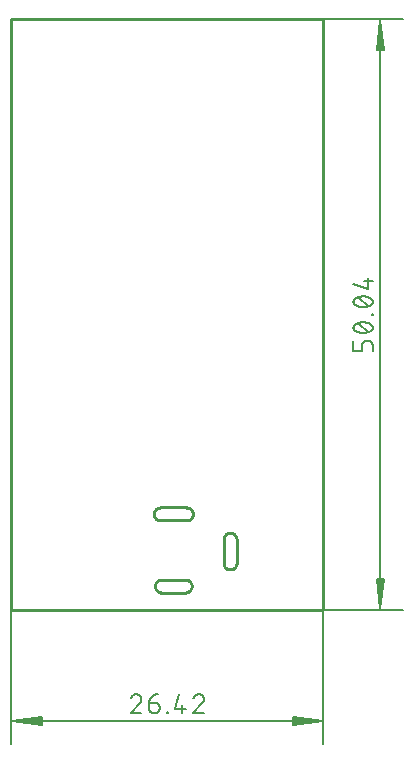
<source format=gbr>
G04 EAGLE Gerber RS-274X export*
G75*
%MOIN*%
%FSLAX25Y25*%
%LPD*%
%INProfile*%
%IPPOS*%
%AMOC8*
5,1,8,0,0,1.08239X$1,22.5*%
G01*
%ADD10C,0.005118*%
%ADD11C,0.006000*%
%ADD12C,0.010000*%


D10*
X0Y0D02*
X0Y-44677D01*
X104000Y-44677D02*
X104000Y0D01*
X103744Y-37000D02*
X256Y-37000D01*
X10236Y-35743D01*
X10236Y-38257D01*
X256Y-37000D01*
X10236Y-36488D01*
X10236Y-37512D02*
X256Y-37000D01*
X10236Y-35976D01*
X10236Y-38024D02*
X256Y-37000D01*
X93764Y-35743D02*
X103744Y-37000D01*
X93764Y-35743D02*
X93764Y-38257D01*
X103744Y-37000D01*
X93764Y-36488D01*
X93764Y-37512D02*
X103744Y-37000D01*
X93764Y-35976D01*
X93764Y-38024D02*
X103744Y-37000D01*
D11*
X43293Y-29638D02*
X43291Y-29559D01*
X43285Y-29481D01*
X43276Y-29403D01*
X43262Y-29326D01*
X43245Y-29249D01*
X43224Y-29174D01*
X43199Y-29099D01*
X43171Y-29026D01*
X43139Y-28954D01*
X43104Y-28884D01*
X43065Y-28815D01*
X43023Y-28749D01*
X42978Y-28685D01*
X42930Y-28623D01*
X42879Y-28564D01*
X42824Y-28507D01*
X42767Y-28452D01*
X42708Y-28401D01*
X42646Y-28353D01*
X42582Y-28308D01*
X42516Y-28266D01*
X42447Y-28227D01*
X42377Y-28192D01*
X42305Y-28160D01*
X42232Y-28132D01*
X42157Y-28107D01*
X42082Y-28086D01*
X42005Y-28069D01*
X41928Y-28055D01*
X41850Y-28046D01*
X41772Y-28040D01*
X41693Y-28038D01*
X41604Y-28040D01*
X41515Y-28046D01*
X41426Y-28055D01*
X41338Y-28069D01*
X41251Y-28086D01*
X41164Y-28107D01*
X41078Y-28132D01*
X40994Y-28160D01*
X40911Y-28193D01*
X40829Y-28228D01*
X40749Y-28268D01*
X40671Y-28310D01*
X40594Y-28356D01*
X40520Y-28405D01*
X40448Y-28458D01*
X40378Y-28513D01*
X40311Y-28572D01*
X40246Y-28633D01*
X40184Y-28697D01*
X40125Y-28764D01*
X40069Y-28833D01*
X40016Y-28905D01*
X39966Y-28979D01*
X39919Y-29055D01*
X39876Y-29132D01*
X39836Y-29212D01*
X39799Y-29293D01*
X39766Y-29376D01*
X39737Y-29461D01*
X42760Y-30883D02*
X42817Y-30825D01*
X42873Y-30764D01*
X42925Y-30701D01*
X42974Y-30636D01*
X43020Y-30568D01*
X43062Y-30498D01*
X43102Y-30426D01*
X43137Y-30353D01*
X43170Y-30277D01*
X43198Y-30201D01*
X43223Y-30123D01*
X43244Y-30044D01*
X43262Y-29964D01*
X43275Y-29883D01*
X43285Y-29802D01*
X43291Y-29720D01*
X43293Y-29638D01*
X42759Y-30883D02*
X39737Y-34438D01*
X43293Y-34438D01*
X45891Y-30883D02*
X48024Y-30883D01*
X48098Y-30885D01*
X48173Y-30891D01*
X48246Y-30901D01*
X48320Y-30914D01*
X48392Y-30931D01*
X48463Y-30953D01*
X48534Y-30977D01*
X48602Y-31006D01*
X48670Y-31038D01*
X48735Y-31074D01*
X48798Y-31112D01*
X48860Y-31155D01*
X48919Y-31200D01*
X48976Y-31248D01*
X49030Y-31299D01*
X49081Y-31353D01*
X49129Y-31410D01*
X49174Y-31469D01*
X49217Y-31531D01*
X49255Y-31594D01*
X49291Y-31659D01*
X49323Y-31727D01*
X49352Y-31795D01*
X49376Y-31866D01*
X49398Y-31937D01*
X49415Y-32009D01*
X49428Y-32083D01*
X49438Y-32156D01*
X49444Y-32231D01*
X49446Y-32305D01*
X49447Y-32305D02*
X49447Y-32660D01*
X49445Y-32743D01*
X49439Y-32826D01*
X49429Y-32909D01*
X49416Y-32992D01*
X49398Y-33073D01*
X49377Y-33154D01*
X49352Y-33233D01*
X49323Y-33311D01*
X49291Y-33388D01*
X49255Y-33463D01*
X49216Y-33537D01*
X49173Y-33608D01*
X49127Y-33678D01*
X49077Y-33745D01*
X49025Y-33810D01*
X48970Y-33872D01*
X48911Y-33932D01*
X48850Y-33989D01*
X48787Y-34043D01*
X48721Y-34094D01*
X48652Y-34141D01*
X48582Y-34186D01*
X48509Y-34227D01*
X48435Y-34264D01*
X48359Y-34299D01*
X48281Y-34329D01*
X48203Y-34356D01*
X48122Y-34379D01*
X48041Y-34399D01*
X47959Y-34414D01*
X47877Y-34426D01*
X47794Y-34434D01*
X47711Y-34438D01*
X47627Y-34438D01*
X47544Y-34434D01*
X47461Y-34426D01*
X47379Y-34414D01*
X47297Y-34399D01*
X47216Y-34379D01*
X47135Y-34356D01*
X47057Y-34329D01*
X46979Y-34299D01*
X46903Y-34264D01*
X46829Y-34227D01*
X46756Y-34186D01*
X46686Y-34141D01*
X46617Y-34094D01*
X46551Y-34043D01*
X46488Y-33989D01*
X46427Y-33932D01*
X46368Y-33872D01*
X46313Y-33810D01*
X46261Y-33745D01*
X46211Y-33678D01*
X46165Y-33608D01*
X46122Y-33537D01*
X46083Y-33463D01*
X46047Y-33388D01*
X46015Y-33311D01*
X45986Y-33233D01*
X45961Y-33154D01*
X45940Y-33073D01*
X45922Y-32992D01*
X45909Y-32909D01*
X45899Y-32826D01*
X45893Y-32743D01*
X45891Y-32660D01*
X45891Y-30883D01*
X45893Y-30777D01*
X45899Y-30670D01*
X45909Y-30565D01*
X45923Y-30459D01*
X45941Y-30354D01*
X45962Y-30250D01*
X45988Y-30147D01*
X46017Y-30045D01*
X46051Y-29944D01*
X46088Y-29844D01*
X46128Y-29746D01*
X46173Y-29649D01*
X46221Y-29554D01*
X46272Y-29461D01*
X46327Y-29370D01*
X46385Y-29281D01*
X46447Y-29194D01*
X46511Y-29110D01*
X46579Y-29028D01*
X46650Y-28949D01*
X46724Y-28872D01*
X46801Y-28798D01*
X46880Y-28727D01*
X46962Y-28659D01*
X47046Y-28595D01*
X47133Y-28533D01*
X47222Y-28475D01*
X47313Y-28420D01*
X47406Y-28369D01*
X47501Y-28321D01*
X47598Y-28276D01*
X47696Y-28236D01*
X47796Y-28199D01*
X47897Y-28165D01*
X47999Y-28136D01*
X48102Y-28110D01*
X48206Y-28089D01*
X48311Y-28071D01*
X48417Y-28057D01*
X48522Y-28047D01*
X48629Y-28041D01*
X48735Y-28039D01*
X51799Y-34083D02*
X51799Y-34438D01*
X51799Y-34083D02*
X52154Y-34083D01*
X52154Y-34438D01*
X51799Y-34438D01*
X54507Y-33016D02*
X55929Y-28038D01*
X54507Y-33016D02*
X58062Y-33016D01*
X56996Y-31594D02*
X56996Y-34438D01*
X62616Y-28038D02*
X62695Y-28040D01*
X62773Y-28046D01*
X62851Y-28055D01*
X62928Y-28069D01*
X63005Y-28086D01*
X63080Y-28107D01*
X63155Y-28132D01*
X63228Y-28160D01*
X63300Y-28192D01*
X63370Y-28227D01*
X63439Y-28266D01*
X63505Y-28308D01*
X63569Y-28353D01*
X63631Y-28401D01*
X63690Y-28452D01*
X63747Y-28507D01*
X63802Y-28564D01*
X63853Y-28623D01*
X63901Y-28685D01*
X63946Y-28749D01*
X63988Y-28815D01*
X64027Y-28884D01*
X64062Y-28954D01*
X64094Y-29026D01*
X64122Y-29099D01*
X64147Y-29174D01*
X64168Y-29249D01*
X64185Y-29326D01*
X64199Y-29403D01*
X64208Y-29481D01*
X64214Y-29559D01*
X64216Y-29638D01*
X62616Y-28038D02*
X62527Y-28040D01*
X62438Y-28046D01*
X62349Y-28055D01*
X62261Y-28069D01*
X62174Y-28086D01*
X62087Y-28107D01*
X62001Y-28132D01*
X61917Y-28160D01*
X61834Y-28193D01*
X61752Y-28228D01*
X61672Y-28268D01*
X61594Y-28310D01*
X61517Y-28356D01*
X61443Y-28405D01*
X61371Y-28458D01*
X61301Y-28513D01*
X61234Y-28572D01*
X61169Y-28633D01*
X61107Y-28697D01*
X61048Y-28764D01*
X60992Y-28833D01*
X60939Y-28905D01*
X60889Y-28979D01*
X60842Y-29055D01*
X60799Y-29132D01*
X60759Y-29212D01*
X60722Y-29293D01*
X60689Y-29376D01*
X60660Y-29461D01*
X63684Y-30883D02*
X63741Y-30825D01*
X63797Y-30764D01*
X63849Y-30701D01*
X63898Y-30636D01*
X63944Y-30568D01*
X63986Y-30498D01*
X64026Y-30426D01*
X64061Y-30353D01*
X64094Y-30277D01*
X64122Y-30201D01*
X64147Y-30123D01*
X64168Y-30044D01*
X64186Y-29964D01*
X64199Y-29883D01*
X64209Y-29802D01*
X64215Y-29720D01*
X64217Y-29638D01*
X63683Y-30883D02*
X60661Y-34438D01*
X64216Y-34438D01*
D10*
X104000Y0D02*
X130677Y0D01*
X130677Y197000D02*
X104000Y197000D01*
X123000Y196744D02*
X123000Y256D01*
X121743Y10236D01*
X124257Y10236D01*
X123000Y256D01*
X122488Y10236D01*
X123512Y10236D02*
X123000Y256D01*
X121976Y10236D01*
X124024Y10236D02*
X123000Y256D01*
X121743Y186764D02*
X123000Y196744D01*
X121743Y186764D02*
X124257Y186764D01*
X123000Y196744D01*
X122488Y186764D01*
X123512Y186764D02*
X123000Y196744D01*
X121976Y186764D01*
X124024Y186764D02*
X123000Y196744D01*
D11*
X120438Y88370D02*
X120438Y86237D01*
X120438Y88370D02*
X120436Y88444D01*
X120430Y88519D01*
X120420Y88592D01*
X120407Y88666D01*
X120390Y88738D01*
X120368Y88809D01*
X120344Y88880D01*
X120315Y88948D01*
X120283Y89016D01*
X120247Y89081D01*
X120209Y89144D01*
X120166Y89206D01*
X120121Y89265D01*
X120073Y89322D01*
X120022Y89376D01*
X119968Y89427D01*
X119911Y89475D01*
X119852Y89520D01*
X119790Y89563D01*
X119727Y89601D01*
X119662Y89637D01*
X119594Y89669D01*
X119526Y89698D01*
X119455Y89722D01*
X119384Y89744D01*
X119312Y89761D01*
X119238Y89774D01*
X119165Y89784D01*
X119090Y89790D01*
X119016Y89792D01*
X119016Y89793D02*
X118305Y89793D01*
X118305Y89792D02*
X118231Y89790D01*
X118156Y89784D01*
X118083Y89774D01*
X118009Y89761D01*
X117937Y89744D01*
X117866Y89722D01*
X117795Y89698D01*
X117727Y89669D01*
X117659Y89637D01*
X117594Y89601D01*
X117531Y89563D01*
X117469Y89520D01*
X117410Y89475D01*
X117353Y89427D01*
X117299Y89376D01*
X117248Y89322D01*
X117200Y89265D01*
X117155Y89206D01*
X117112Y89144D01*
X117074Y89081D01*
X117038Y89016D01*
X117006Y88948D01*
X116977Y88880D01*
X116953Y88809D01*
X116931Y88738D01*
X116914Y88666D01*
X116901Y88592D01*
X116891Y88519D01*
X116885Y88444D01*
X116883Y88370D01*
X116883Y86237D01*
X114038Y86237D01*
X114038Y89793D01*
X114927Y92924D02*
X115054Y92864D01*
X115183Y92808D01*
X115313Y92755D01*
X115445Y92705D01*
X115578Y92659D01*
X115712Y92617D01*
X115847Y92578D01*
X115984Y92542D01*
X116121Y92511D01*
X116259Y92483D01*
X116397Y92458D01*
X116536Y92438D01*
X116676Y92421D01*
X116816Y92408D01*
X116957Y92399D01*
X117097Y92393D01*
X117238Y92391D01*
X114927Y92924D02*
X114861Y92949D01*
X114796Y92977D01*
X114732Y93009D01*
X114671Y93044D01*
X114611Y93083D01*
X114553Y93124D01*
X114498Y93169D01*
X114446Y93217D01*
X114396Y93267D01*
X114348Y93320D01*
X114304Y93375D01*
X114263Y93433D01*
X114225Y93493D01*
X114190Y93555D01*
X114159Y93619D01*
X114131Y93684D01*
X114106Y93751D01*
X114086Y93818D01*
X114069Y93887D01*
X114055Y93957D01*
X114046Y94027D01*
X114040Y94098D01*
X114038Y94169D01*
X114040Y94240D01*
X114046Y94311D01*
X114055Y94381D01*
X114069Y94451D01*
X114086Y94520D01*
X114106Y94587D01*
X114131Y94654D01*
X114159Y94719D01*
X114190Y94783D01*
X114225Y94845D01*
X114263Y94905D01*
X114304Y94963D01*
X114348Y95018D01*
X114396Y95071D01*
X114446Y95121D01*
X114498Y95169D01*
X114553Y95214D01*
X114611Y95255D01*
X114671Y95294D01*
X114732Y95329D01*
X114796Y95361D01*
X114861Y95389D01*
X114927Y95414D01*
X114927Y95413D02*
X115054Y95473D01*
X115183Y95529D01*
X115313Y95582D01*
X115445Y95632D01*
X115578Y95678D01*
X115712Y95720D01*
X115847Y95759D01*
X115984Y95795D01*
X116121Y95826D01*
X116259Y95854D01*
X116397Y95879D01*
X116536Y95899D01*
X116676Y95916D01*
X116816Y95929D01*
X116957Y95938D01*
X117097Y95944D01*
X117238Y95946D01*
X117238Y92391D02*
X117379Y92393D01*
X117519Y92399D01*
X117660Y92408D01*
X117800Y92421D01*
X117940Y92438D01*
X118079Y92458D01*
X118217Y92483D01*
X118355Y92511D01*
X118492Y92542D01*
X118629Y92578D01*
X118764Y92617D01*
X118898Y92659D01*
X119031Y92705D01*
X119163Y92755D01*
X119293Y92808D01*
X119422Y92864D01*
X119549Y92924D01*
X119550Y92924D02*
X119616Y92949D01*
X119681Y92977D01*
X119745Y93009D01*
X119806Y93044D01*
X119866Y93083D01*
X119924Y93124D01*
X119979Y93169D01*
X120031Y93217D01*
X120081Y93267D01*
X120129Y93320D01*
X120173Y93375D01*
X120214Y93433D01*
X120252Y93493D01*
X120287Y93555D01*
X120318Y93619D01*
X120346Y93684D01*
X120371Y93751D01*
X120391Y93818D01*
X120408Y93887D01*
X120422Y93957D01*
X120431Y94027D01*
X120437Y94098D01*
X120439Y94169D01*
X119549Y95413D02*
X119422Y95473D01*
X119293Y95529D01*
X119163Y95582D01*
X119031Y95632D01*
X118898Y95678D01*
X118764Y95720D01*
X118629Y95759D01*
X118492Y95795D01*
X118355Y95826D01*
X118217Y95854D01*
X118079Y95879D01*
X117940Y95899D01*
X117800Y95916D01*
X117660Y95929D01*
X117519Y95938D01*
X117379Y95944D01*
X117238Y95946D01*
X119550Y95414D02*
X119616Y95389D01*
X119681Y95361D01*
X119745Y95329D01*
X119806Y95294D01*
X119866Y95255D01*
X119924Y95214D01*
X119979Y95169D01*
X120031Y95121D01*
X120081Y95071D01*
X120129Y95018D01*
X120173Y94962D01*
X120214Y94905D01*
X120252Y94845D01*
X120287Y94783D01*
X120318Y94719D01*
X120346Y94654D01*
X120371Y94587D01*
X120391Y94520D01*
X120408Y94451D01*
X120422Y94381D01*
X120431Y94311D01*
X120437Y94240D01*
X120439Y94169D01*
X119016Y92747D02*
X115460Y95591D01*
X120083Y98299D02*
X120438Y98299D01*
X120083Y98299D02*
X120083Y98654D01*
X120438Y98654D01*
X120438Y98299D01*
X117238Y101007D02*
X117097Y101009D01*
X116957Y101015D01*
X116816Y101024D01*
X116676Y101037D01*
X116536Y101054D01*
X116397Y101074D01*
X116259Y101099D01*
X116121Y101127D01*
X115984Y101158D01*
X115847Y101194D01*
X115712Y101233D01*
X115578Y101275D01*
X115445Y101321D01*
X115313Y101371D01*
X115183Y101424D01*
X115054Y101480D01*
X114927Y101540D01*
X114927Y101539D02*
X114861Y101564D01*
X114796Y101592D01*
X114732Y101624D01*
X114671Y101659D01*
X114611Y101698D01*
X114553Y101739D01*
X114498Y101784D01*
X114446Y101832D01*
X114396Y101882D01*
X114348Y101935D01*
X114304Y101990D01*
X114263Y102048D01*
X114225Y102108D01*
X114190Y102170D01*
X114159Y102234D01*
X114131Y102299D01*
X114106Y102366D01*
X114086Y102433D01*
X114069Y102502D01*
X114055Y102572D01*
X114046Y102642D01*
X114040Y102713D01*
X114038Y102784D01*
X114040Y102855D01*
X114046Y102926D01*
X114055Y102996D01*
X114069Y103066D01*
X114086Y103135D01*
X114106Y103202D01*
X114131Y103269D01*
X114159Y103334D01*
X114190Y103398D01*
X114225Y103460D01*
X114263Y103520D01*
X114304Y103578D01*
X114348Y103633D01*
X114396Y103686D01*
X114446Y103736D01*
X114498Y103784D01*
X114553Y103829D01*
X114611Y103870D01*
X114671Y103909D01*
X114732Y103944D01*
X114796Y103976D01*
X114861Y104004D01*
X114927Y104029D01*
X115054Y104089D01*
X115183Y104145D01*
X115313Y104198D01*
X115445Y104248D01*
X115578Y104294D01*
X115712Y104336D01*
X115847Y104375D01*
X115984Y104411D01*
X116121Y104442D01*
X116259Y104470D01*
X116397Y104495D01*
X116536Y104515D01*
X116676Y104532D01*
X116816Y104545D01*
X116957Y104554D01*
X117097Y104560D01*
X117238Y104562D01*
X117238Y101007D02*
X117379Y101009D01*
X117519Y101015D01*
X117660Y101024D01*
X117800Y101037D01*
X117940Y101054D01*
X118079Y101074D01*
X118217Y101099D01*
X118355Y101127D01*
X118492Y101158D01*
X118629Y101194D01*
X118764Y101233D01*
X118898Y101275D01*
X119031Y101321D01*
X119163Y101371D01*
X119293Y101424D01*
X119422Y101480D01*
X119549Y101540D01*
X119550Y101539D02*
X119616Y101564D01*
X119681Y101592D01*
X119745Y101624D01*
X119806Y101659D01*
X119866Y101698D01*
X119924Y101739D01*
X119979Y101784D01*
X120031Y101832D01*
X120081Y101882D01*
X120129Y101935D01*
X120173Y101990D01*
X120214Y102048D01*
X120252Y102108D01*
X120287Y102170D01*
X120318Y102234D01*
X120346Y102299D01*
X120371Y102366D01*
X120391Y102433D01*
X120408Y102502D01*
X120422Y102572D01*
X120431Y102642D01*
X120437Y102713D01*
X120439Y102784D01*
X119549Y104029D02*
X119422Y104089D01*
X119293Y104145D01*
X119163Y104198D01*
X119031Y104248D01*
X118898Y104294D01*
X118764Y104336D01*
X118629Y104375D01*
X118492Y104411D01*
X118355Y104442D01*
X118217Y104470D01*
X118079Y104495D01*
X117940Y104515D01*
X117800Y104532D01*
X117660Y104545D01*
X117519Y104554D01*
X117379Y104560D01*
X117238Y104562D01*
X119550Y104029D02*
X119616Y104004D01*
X119681Y103976D01*
X119745Y103944D01*
X119806Y103909D01*
X119866Y103870D01*
X119924Y103829D01*
X119979Y103784D01*
X120031Y103736D01*
X120081Y103686D01*
X120129Y103633D01*
X120173Y103577D01*
X120214Y103520D01*
X120252Y103460D01*
X120287Y103398D01*
X120318Y103334D01*
X120346Y103269D01*
X120371Y103202D01*
X120391Y103135D01*
X120408Y103066D01*
X120422Y102996D01*
X120431Y102926D01*
X120437Y102855D01*
X120439Y102784D01*
X119016Y101362D02*
X115460Y104207D01*
X114038Y108583D02*
X119016Y107161D01*
X119016Y110716D01*
X117594Y109650D02*
X120438Y109650D01*
D12*
X0Y0D02*
X104000Y0D01*
X104000Y197000D01*
X0Y197000D01*
X0Y0D01*
X50063Y5827D02*
X57937Y5827D01*
X58126Y5835D01*
X58313Y5860D01*
X58497Y5901D01*
X58678Y5957D01*
X58852Y6030D01*
X59020Y6117D01*
X59179Y6218D01*
X59329Y6333D01*
X59468Y6461D01*
X59596Y6600D01*
X59711Y6750D01*
X59812Y6909D01*
X59899Y7077D01*
X59972Y7252D01*
X60029Y7432D01*
X60069Y7616D01*
X60094Y7803D01*
X60102Y7992D01*
X60094Y8181D01*
X60069Y8368D01*
X60029Y8553D01*
X59972Y8733D01*
X59899Y8907D01*
X59812Y9075D01*
X59711Y9234D01*
X59596Y9384D01*
X59468Y9523D01*
X59329Y9651D01*
X59179Y9766D01*
X59020Y9867D01*
X58852Y9955D01*
X58678Y10027D01*
X58497Y10084D01*
X58313Y10125D01*
X58126Y10149D01*
X57937Y10157D01*
X50063Y10157D01*
X49874Y10149D01*
X49687Y10125D01*
X49503Y10084D01*
X49322Y10027D01*
X49148Y9955D01*
X48980Y9867D01*
X48821Y9766D01*
X48671Y9651D01*
X48532Y9523D01*
X48404Y9384D01*
X48289Y9234D01*
X48188Y9075D01*
X48101Y8907D01*
X48028Y8733D01*
X47971Y8553D01*
X47931Y8368D01*
X47906Y8181D01*
X47898Y7992D01*
X47906Y7803D01*
X47931Y7616D01*
X47971Y7432D01*
X48028Y7252D01*
X48101Y7077D01*
X48188Y6909D01*
X48289Y6750D01*
X48404Y6600D01*
X48532Y6461D01*
X48671Y6333D01*
X48821Y6218D01*
X48980Y6117D01*
X49148Y6030D01*
X49322Y5957D01*
X49503Y5901D01*
X49687Y5860D01*
X49874Y5835D01*
X50063Y5827D01*
X49669Y29843D02*
X58331Y29843D01*
X58519Y29851D01*
X58707Y29875D01*
X58891Y29916D01*
X59071Y29973D01*
X59246Y30045D01*
X59413Y30133D01*
X59573Y30234D01*
X59723Y30349D01*
X59862Y30477D01*
X59989Y30616D01*
X60104Y30766D01*
X60206Y30925D01*
X60293Y31093D01*
X60365Y31267D01*
X60422Y31447D01*
X60463Y31632D01*
X60488Y31819D01*
X60496Y32008D01*
X60488Y32197D01*
X60463Y32384D01*
X60422Y32568D01*
X60365Y32748D01*
X60293Y32923D01*
X60206Y33091D01*
X60104Y33250D01*
X59989Y33400D01*
X59862Y33539D01*
X59723Y33667D01*
X59573Y33782D01*
X59413Y33883D01*
X59246Y33970D01*
X59071Y34043D01*
X58891Y34099D01*
X58707Y34140D01*
X58519Y34165D01*
X58331Y34173D01*
X49669Y34173D01*
X49481Y34165D01*
X49293Y34140D01*
X49109Y34099D01*
X48929Y34043D01*
X48754Y33970D01*
X48587Y33883D01*
X48427Y33782D01*
X48277Y33667D01*
X48138Y33539D01*
X48011Y33400D01*
X47896Y33250D01*
X47794Y33091D01*
X47707Y32923D01*
X47635Y32748D01*
X47578Y32568D01*
X47537Y32384D01*
X47512Y32197D01*
X47504Y32008D01*
X47512Y31819D01*
X47537Y31632D01*
X47578Y31447D01*
X47635Y31267D01*
X47707Y31093D01*
X47794Y30925D01*
X47896Y30766D01*
X48011Y30616D01*
X48138Y30477D01*
X48277Y30349D01*
X48427Y30234D01*
X48587Y30133D01*
X48754Y30045D01*
X48929Y29973D01*
X49109Y29916D01*
X49293Y29875D01*
X49481Y29851D01*
X49669Y29843D01*
X70732Y15669D02*
X70741Y15481D01*
X70765Y15293D01*
X70806Y15109D01*
X70863Y14929D01*
X70935Y14754D01*
X71022Y14587D01*
X71124Y14427D01*
X71239Y14277D01*
X71366Y14138D01*
X71506Y14011D01*
X71656Y13896D01*
X71815Y13794D01*
X71983Y13707D01*
X72157Y13635D01*
X72337Y13578D01*
X72522Y13537D01*
X72709Y13512D01*
X72898Y13504D01*
X73086Y13512D01*
X73274Y13537D01*
X73458Y13578D01*
X73638Y13635D01*
X73813Y13707D01*
X73980Y13794D01*
X74140Y13896D01*
X74290Y14011D01*
X74429Y14138D01*
X74556Y14277D01*
X74671Y14427D01*
X74773Y14587D01*
X74860Y14754D01*
X74932Y14929D01*
X74989Y15109D01*
X75030Y15293D01*
X75055Y15481D01*
X75063Y15669D01*
X75063Y23543D01*
X75055Y23732D01*
X75030Y23919D01*
X74989Y24104D01*
X74932Y24284D01*
X74860Y24458D01*
X74773Y24626D01*
X74671Y24785D01*
X74556Y24935D01*
X74429Y25074D01*
X74290Y25202D01*
X74140Y25317D01*
X73980Y25419D01*
X73813Y25506D01*
X73638Y25578D01*
X73458Y25635D01*
X73274Y25676D01*
X73086Y25700D01*
X72898Y25709D01*
X72709Y25700D01*
X72522Y25676D01*
X72337Y25635D01*
X72157Y25578D01*
X71983Y25506D01*
X71815Y25419D01*
X71656Y25317D01*
X71506Y25202D01*
X71366Y25074D01*
X71239Y24935D01*
X71124Y24785D01*
X71022Y24626D01*
X70935Y24458D01*
X70863Y24284D01*
X70806Y24104D01*
X70765Y23919D01*
X70741Y23732D01*
X70732Y23543D01*
X70732Y15669D01*
M02*

</source>
